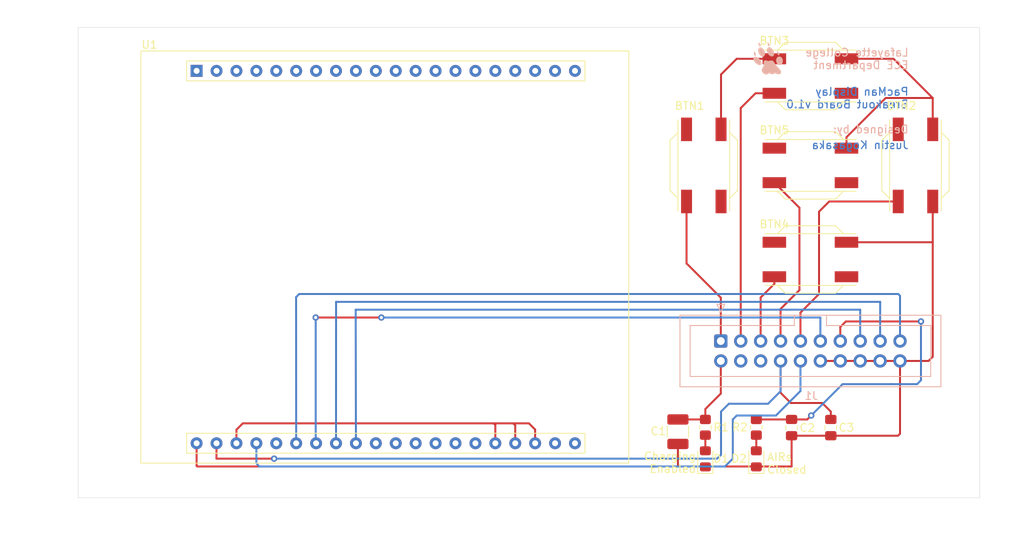
<source format=kicad_pcb>
(kicad_pcb (version 20171130) (host pcbnew "(5.1.10)-1")

  (general
    (thickness 1.6)
    (drawings 18)
    (tracks 125)
    (zones 0)
    (modules 19)
    (nets 49)
  )

  (page A)
  (title_block
    (title "PacMan Display")
    (rev 1.0)
    (company "Lafayette College")
  )

  (layers
    (0 F.Cu signal)
    (31 B.Cu signal)
    (32 B.Adhes user)
    (33 F.Adhes user)
    (34 B.Paste user)
    (35 F.Paste user)
    (36 B.SilkS user)
    (37 F.SilkS user)
    (38 B.Mask user)
    (39 F.Mask user)
    (40 Dwgs.User user)
    (41 Cmts.User user)
    (42 Eco1.User user)
    (43 Eco2.User user)
    (44 Edge.Cuts user)
    (45 Margin user)
    (46 B.CrtYd user)
    (47 F.CrtYd user)
    (48 B.Fab user)
    (49 F.Fab user hide)
  )

  (setup
    (last_trace_width 0.25)
    (trace_clearance 0.25)
    (zone_clearance 0.508)
    (zone_45_only no)
    (trace_min 0.2)
    (via_size 0.8)
    (via_drill 0.4)
    (via_min_size 0.4)
    (via_min_drill 0.3)
    (uvia_size 0.3)
    (uvia_drill 0.1)
    (uvias_allowed no)
    (uvia_min_size 0.2)
    (uvia_min_drill 0.1)
    (edge_width 0.05)
    (segment_width 0.2)
    (pcb_text_width 0.3)
    (pcb_text_size 1.5 1.5)
    (mod_edge_width 0.12)
    (mod_text_size 1 1)
    (mod_text_width 0.15)
    (pad_size 1.524 1.524)
    (pad_drill 0.762)
    (pad_to_mask_clearance 0)
    (aux_axis_origin 0 0)
    (grid_origin 75.184 47.498)
    (visible_elements 7FFDFFFF)
    (pcbplotparams
      (layerselection 0x010f0_ffffffff)
      (usegerberextensions false)
      (usegerberattributes true)
      (usegerberadvancedattributes true)
      (creategerberjobfile true)
      (excludeedgelayer true)
      (linewidth 0.100000)
      (plotframeref false)
      (viasonmask false)
      (mode 1)
      (useauxorigin false)
      (hpglpennumber 1)
      (hpglpenspeed 20)
      (hpglpendiameter 15.000000)
      (psnegative false)
      (psa4output false)
      (plotreference true)
      (plotvalue true)
      (plotinvisibletext false)
      (padsonsilk false)
      (subtractmaskfromsilk false)
      (outputformat 1)
      (mirror false)
      (drillshape 0)
      (scaleselection 1)
      (outputdirectory "gerber"))
  )

  (net 0 "")
  (net 1 GND)
  (net 2 /BTN_LEFT)
  (net 3 /BTN_RIGHT)
  (net 4 /BTN_UP)
  (net 5 /BTN_DOWN)
  (net 6 /BTN_CENTER)
  (net 7 +24V)
  (net 8 +3V3)
  (net 9 "Net-(D1-Pad2)")
  (net 10 /DISP_RST)
  (net 11 /DISP_DC)
  (net 12 /DISP_CS)
  (net 13 /DISP_MOSI)
  (net 14 /DISP_CLK)
  (net 15 "Net-(U1-Pad25)")
  (net 16 "Net-(U1-Pad33)")
  (net 17 "Net-(U1-Pad35)")
  (net 18 "Net-(U1-Pad32)")
  (net 19 "Net-(U1-Pad31)")
  (net 20 "Net-(U1-Pad30)")
  (net 21 "Net-(U1-Pad34)")
  (net 22 "Net-(U1-Pad39)")
  (net 23 "Net-(U1-Pad40)")
  (net 24 /DISP_3V3)
  (net 25 "Net-(J1-Pad6)")
  (net 26 "Net-(U1-Pad20)")
  (net 27 "Net-(U1-Pad19)")
  (net 28 "Net-(U1-Pad18)")
  (net 29 "Net-(U1-Pad17)")
  (net 30 "Net-(U1-Pad16)")
  (net 31 "Net-(U1-Pad15)")
  (net 32 "Net-(U1-Pad14)")
  (net 33 "Net-(U1-Pad13)")
  (net 34 "Net-(U1-Pad12)")
  (net 35 "Net-(U1-Pad11)")
  (net 36 "Net-(U1-Pad10)")
  (net 37 "Net-(U1-Pad9)")
  (net 38 "Net-(U1-Pad8)")
  (net 39 "Net-(U1-Pad7)")
  (net 40 "Net-(U1-Pad6)")
  (net 41 "Net-(U1-Pad5)")
  (net 42 "Net-(U1-Pad4)")
  (net 43 "Net-(U1-Pad3)")
  (net 44 "Net-(U1-Pad2)")
  (net 45 "Net-(U1-Pad1)")
  (net 46 /TS_ACTIVE)
  (net 47 "Net-(D2-Pad2)")
  (net 48 "Net-(J1-Pad4)")

  (net_class Default "This is the default net class."
    (clearance 0.25)
    (trace_width 0.25)
    (via_dia 0.8)
    (via_drill 0.4)
    (uvia_dia 0.3)
    (uvia_drill 0.1)
    (add_net +24V)
    (add_net +3V3)
    (add_net /BTN_CENTER)
    (add_net /BTN_DOWN)
    (add_net /BTN_LEFT)
    (add_net /BTN_RIGHT)
    (add_net /BTN_UP)
    (add_net /DISP_3V3)
    (add_net /DISP_CLK)
    (add_net /DISP_CS)
    (add_net /DISP_DC)
    (add_net /DISP_MOSI)
    (add_net /DISP_RST)
    (add_net /TS_ACTIVE)
    (add_net GND)
    (add_net "Net-(D1-Pad2)")
    (add_net "Net-(D2-Pad2)")
    (add_net "Net-(J1-Pad4)")
    (add_net "Net-(J1-Pad6)")
    (add_net "Net-(U1-Pad1)")
    (add_net "Net-(U1-Pad10)")
    (add_net "Net-(U1-Pad11)")
    (add_net "Net-(U1-Pad12)")
    (add_net "Net-(U1-Pad13)")
    (add_net "Net-(U1-Pad14)")
    (add_net "Net-(U1-Pad15)")
    (add_net "Net-(U1-Pad16)")
    (add_net "Net-(U1-Pad17)")
    (add_net "Net-(U1-Pad18)")
    (add_net "Net-(U1-Pad19)")
    (add_net "Net-(U1-Pad2)")
    (add_net "Net-(U1-Pad20)")
    (add_net "Net-(U1-Pad25)")
    (add_net "Net-(U1-Pad3)")
    (add_net "Net-(U1-Pad30)")
    (add_net "Net-(U1-Pad31)")
    (add_net "Net-(U1-Pad32)")
    (add_net "Net-(U1-Pad33)")
    (add_net "Net-(U1-Pad34)")
    (add_net "Net-(U1-Pad35)")
    (add_net "Net-(U1-Pad39)")
    (add_net "Net-(U1-Pad4)")
    (add_net "Net-(U1-Pad40)")
    (add_net "Net-(U1-Pad5)")
    (add_net "Net-(U1-Pad6)")
    (add_net "Net-(U1-Pad7)")
    (add_net "Net-(U1-Pad8)")
    (add_net "Net-(U1-Pad9)")
  )

  (module Resistor_SMD:R_0805_2012Metric_Pad1.20x1.40mm_HandSolder (layer F.Cu) (tedit 5F68FEEE) (tstamp 6228306A)
    (at 168.684 119.498 270)
    (descr "Resistor SMD 0805 (2012 Metric), square (rectangular) end terminal, IPC_7351 nominal with elongated pad for handsoldering. (Body size source: IPC-SM-782 page 72, https://www.pcb-3d.com/wordpress/wp-content/uploads/ipc-sm-782a_amendment_1_and_2.pdf), generated with kicad-footprint-generator")
    (tags "resistor handsolder")
    (path /6229C475)
    (attr smd)
    (fp_text reference R2 (at 0 2.1 180) (layer F.SilkS)
      (effects (font (size 1 1) (thickness 0.15)))
    )
    (fp_text value 270 (at 0 1.65 90) (layer F.Fab)
      (effects (font (size 1 1) (thickness 0.15)))
    )
    (fp_line (start -1 0.625) (end -1 -0.625) (layer F.Fab) (width 0.1))
    (fp_line (start -1 -0.625) (end 1 -0.625) (layer F.Fab) (width 0.1))
    (fp_line (start 1 -0.625) (end 1 0.625) (layer F.Fab) (width 0.1))
    (fp_line (start 1 0.625) (end -1 0.625) (layer F.Fab) (width 0.1))
    (fp_line (start -0.227064 -0.735) (end 0.227064 -0.735) (layer F.SilkS) (width 0.12))
    (fp_line (start -0.227064 0.735) (end 0.227064 0.735) (layer F.SilkS) (width 0.12))
    (fp_line (start -1.85 0.95) (end -1.85 -0.95) (layer F.CrtYd) (width 0.05))
    (fp_line (start -1.85 -0.95) (end 1.85 -0.95) (layer F.CrtYd) (width 0.05))
    (fp_line (start 1.85 -0.95) (end 1.85 0.95) (layer F.CrtYd) (width 0.05))
    (fp_line (start 1.85 0.95) (end -1.85 0.95) (layer F.CrtYd) (width 0.05))
    (fp_text user %R (at 0 0 90) (layer F.Fab)
      (effects (font (size 0.5 0.5) (thickness 0.08)))
    )
    (pad 2 smd roundrect (at 1 0 270) (size 1.2 1.4) (layers F.Cu F.Paste F.Mask) (roundrect_rratio 0.2083325)
      (net 47 "Net-(D2-Pad2)"))
    (pad 1 smd roundrect (at -1 0 270) (size 1.2 1.4) (layers F.Cu F.Paste F.Mask) (roundrect_rratio 0.2083325)
      (net 46 /TS_ACTIVE))
    (model ${KISYS3DMOD}/Resistor_SMD.3dshapes/R_0805_2012Metric.wrl
      (at (xyz 0 0 0))
      (scale (xyz 1 1 1))
      (rotate (xyz 0 0 0))
    )
  )

  (module LED_SMD:LED_0805_2012Metric_Pad1.15x1.40mm_HandSolder (layer F.Cu) (tedit 5F68FEF1) (tstamp 62282F79)
    (at 168.684 123.523 90)
    (descr "LED SMD 0805 (2012 Metric), square (rectangular) end terminal, IPC_7351 nominal, (Body size source: https://docs.google.com/spreadsheets/d/1BsfQQcO9C6DZCsRaXUlFlo91Tg2WpOkGARC1WS5S8t0/edit?usp=sharing), generated with kicad-footprint-generator")
    (tags "LED handsolder")
    (path /6229B203)
    (attr smd)
    (fp_text reference D2 (at 0.025 -2.2 180) (layer F.SilkS)
      (effects (font (size 1 1) (thickness 0.15)))
    )
    (fp_text value LED_Green (at 0 1.65 90) (layer F.Fab)
      (effects (font (size 1 1) (thickness 0.15)))
    )
    (fp_line (start 1 -0.6) (end -0.7 -0.6) (layer F.Fab) (width 0.1))
    (fp_line (start -0.7 -0.6) (end -1 -0.3) (layer F.Fab) (width 0.1))
    (fp_line (start -1 -0.3) (end -1 0.6) (layer F.Fab) (width 0.1))
    (fp_line (start -1 0.6) (end 1 0.6) (layer F.Fab) (width 0.1))
    (fp_line (start 1 0.6) (end 1 -0.6) (layer F.Fab) (width 0.1))
    (fp_line (start 1 -0.96) (end -1.86 -0.96) (layer F.SilkS) (width 0.12))
    (fp_line (start -1.86 -0.96) (end -1.86 0.96) (layer F.SilkS) (width 0.12))
    (fp_line (start -1.86 0.96) (end 1 0.96) (layer F.SilkS) (width 0.12))
    (fp_line (start -1.85 0.95) (end -1.85 -0.95) (layer F.CrtYd) (width 0.05))
    (fp_line (start -1.85 -0.95) (end 1.85 -0.95) (layer F.CrtYd) (width 0.05))
    (fp_line (start 1.85 -0.95) (end 1.85 0.95) (layer F.CrtYd) (width 0.05))
    (fp_line (start 1.85 0.95) (end -1.85 0.95) (layer F.CrtYd) (width 0.05))
    (fp_text user %R (at 0 0 90) (layer F.Fab)
      (effects (font (size 0.5 0.5) (thickness 0.08)))
    )
    (pad 2 smd roundrect (at 1.025 0 90) (size 1.15 1.4) (layers F.Cu F.Paste F.Mask) (roundrect_rratio 0.2173904347826087)
      (net 47 "Net-(D2-Pad2)"))
    (pad 1 smd roundrect (at -1.025 0 90) (size 1.15 1.4) (layers F.Cu F.Paste F.Mask) (roundrect_rratio 0.2173904347826087)
      (net 1 GND))
    (model ${KISYS3DMOD}/LED_SMD.3dshapes/LED_0805_2012Metric.wrl
      (at (xyz 0 0 0))
      (scale (xyz 1 1 1))
      (rotate (xyz 0 0 0))
    )
  )

  (module LED_SMD:LED_0805_2012Metric_Pad1.15x1.40mm_HandSolder (layer F.Cu) (tedit 5F68FEF1) (tstamp 62281E05)
    (at 162.184 123.523 90)
    (descr "LED SMD 0805 (2012 Metric), square (rectangular) end terminal, IPC_7351 nominal, (Body size source: https://docs.google.com/spreadsheets/d/1BsfQQcO9C6DZCsRaXUlFlo91Tg2WpOkGARC1WS5S8t0/edit?usp=sharing), generated with kicad-footprint-generator")
    (tags "LED handsolder")
    (path /622AAB49)
    (attr smd)
    (fp_text reference D1 (at 0.025 2 180) (layer F.SilkS)
      (effects (font (size 1 1) (thickness 0.15)))
    )
    (fp_text value LED_Orange (at 0 1.65 90) (layer F.Fab)
      (effects (font (size 1 1) (thickness 0.15)))
    )
    (fp_line (start 1 -0.6) (end -0.7 -0.6) (layer F.Fab) (width 0.1))
    (fp_line (start -0.7 -0.6) (end -1 -0.3) (layer F.Fab) (width 0.1))
    (fp_line (start -1 -0.3) (end -1 0.6) (layer F.Fab) (width 0.1))
    (fp_line (start -1 0.6) (end 1 0.6) (layer F.Fab) (width 0.1))
    (fp_line (start 1 0.6) (end 1 -0.6) (layer F.Fab) (width 0.1))
    (fp_line (start 1 -0.96) (end -1.86 -0.96) (layer F.SilkS) (width 0.12))
    (fp_line (start -1.86 -0.96) (end -1.86 0.96) (layer F.SilkS) (width 0.12))
    (fp_line (start -1.86 0.96) (end 1 0.96) (layer F.SilkS) (width 0.12))
    (fp_line (start -1.85 0.95) (end -1.85 -0.95) (layer F.CrtYd) (width 0.05))
    (fp_line (start -1.85 -0.95) (end 1.85 -0.95) (layer F.CrtYd) (width 0.05))
    (fp_line (start 1.85 -0.95) (end 1.85 0.95) (layer F.CrtYd) (width 0.05))
    (fp_line (start 1.85 0.95) (end -1.85 0.95) (layer F.CrtYd) (width 0.05))
    (fp_text user %R (at 0 0 90) (layer F.Fab)
      (effects (font (size 0.5 0.5) (thickness 0.08)))
    )
    (pad 2 smd roundrect (at 1.025 0 90) (size 1.15 1.4) (layers F.Cu F.Paste F.Mask) (roundrect_rratio 0.2173904347826087)
      (net 9 "Net-(D1-Pad2)"))
    (pad 1 smd roundrect (at -1.025 0 90) (size 1.15 1.4) (layers F.Cu F.Paste F.Mask) (roundrect_rratio 0.2173904347826087)
      (net 1 GND))
    (model ${KISYS3DMOD}/LED_SMD.3dshapes/LED_0805_2012Metric.wrl
      (at (xyz 0 0 0))
      (scale (xyz 1 1 1))
      (rotate (xyz 0 0 0))
    )
  )

  (module Capacitor_SMD:C_0805_2012Metric_Pad1.18x1.45mm_HandSolder (layer F.Cu) (tedit 5F68FEEF) (tstamp 6228DF1D)
    (at 178.184 119.5355 270)
    (descr "Capacitor SMD 0805 (2012 Metric), square (rectangular) end terminal, IPC_7351 nominal with elongated pad for handsoldering. (Body size source: IPC-SM-782 page 76, https://www.pcb-3d.com/wordpress/wp-content/uploads/ipc-sm-782a_amendment_1_and_2.pdf, https://docs.google.com/spreadsheets/d/1BsfQQcO9C6DZCsRaXUlFlo91Tg2WpOkGARC1WS5S8t0/edit?usp=sharing), generated with kicad-footprint-generator")
    (tags "capacitor handsolder")
    (path /622BA2E2)
    (attr smd)
    (fp_text reference C3 (at 0 -2 180) (layer F.SilkS)
      (effects (font (size 1 1) (thickness 0.15)))
    )
    (fp_text value 0.1u/50V (at 0 1.68 90) (layer F.Fab)
      (effects (font (size 1 1) (thickness 0.15)))
    )
    (fp_line (start -1 0.625) (end -1 -0.625) (layer F.Fab) (width 0.1))
    (fp_line (start -1 -0.625) (end 1 -0.625) (layer F.Fab) (width 0.1))
    (fp_line (start 1 -0.625) (end 1 0.625) (layer F.Fab) (width 0.1))
    (fp_line (start 1 0.625) (end -1 0.625) (layer F.Fab) (width 0.1))
    (fp_line (start -0.261252 -0.735) (end 0.261252 -0.735) (layer F.SilkS) (width 0.12))
    (fp_line (start -0.261252 0.735) (end 0.261252 0.735) (layer F.SilkS) (width 0.12))
    (fp_line (start -1.88 0.98) (end -1.88 -0.98) (layer F.CrtYd) (width 0.05))
    (fp_line (start -1.88 -0.98) (end 1.88 -0.98) (layer F.CrtYd) (width 0.05))
    (fp_line (start 1.88 -0.98) (end 1.88 0.98) (layer F.CrtYd) (width 0.05))
    (fp_line (start 1.88 0.98) (end -1.88 0.98) (layer F.CrtYd) (width 0.05))
    (fp_text user %R (at 0 0 90) (layer F.Fab)
      (effects (font (size 0.5 0.5) (thickness 0.08)))
    )
    (pad 2 smd roundrect (at 1.0375 0 270) (size 1.175 1.45) (layers F.Cu F.Paste F.Mask) (roundrect_rratio 0.2127659574468085)
      (net 1 GND))
    (pad 1 smd roundrect (at -1.0375 0 270) (size 1.175 1.45) (layers F.Cu F.Paste F.Mask) (roundrect_rratio 0.2127659574468085)
      (net 8 +3V3))
    (model ${KISYS3DMOD}/Capacitor_SMD.3dshapes/C_0805_2012Metric.wrl
      (at (xyz 0 0 0))
      (scale (xyz 1 1 1))
      (rotate (xyz 0 0 0))
    )
  )

  (module Lafayette_Electric_Car_Footprints:TFT_LCD_2.4in (layer F.Cu) (tedit 6227BB6C) (tstamp 6228157B)
    (at 90.184 71.498)
    (path /6226925D)
    (fp_text reference U1 (at 1.1 -0.8) (layer F.SilkS)
      (effects (font (size 1 1) (thickness 0.15)))
    )
    (fp_text value TFT_LCD_2.4in (at 0 -0.5) (layer F.Fab)
      (effects (font (size 1 1) (thickness 0.15)))
    )
    (fp_line (start 0 0) (end 62.23 0) (layer F.SilkS) (width 0.12))
    (fp_line (start 62.23 0) (end 62.23 52.578) (layer F.SilkS) (width 0.12))
    (fp_line (start 0 52.578) (end 62.23 52.578) (layer F.SilkS) (width 0.12))
    (fp_line (start 0 0) (end 0 52.578) (layer F.SilkS) (width 0.12))
    (fp_line (start 5.842 1.27) (end 5.842 3.81) (layer F.SilkS) (width 0.12))
    (fp_line (start 5.842 3.81) (end 56.642 3.81) (layer F.SilkS) (width 0.12))
    (fp_line (start 56.642 3.81) (end 56.642 1.27) (layer F.SilkS) (width 0.12))
    (fp_line (start 56.642 1.27) (end 5.842 1.27) (layer F.SilkS) (width 0.12))
    (fp_line (start 56.642 48.768) (end 5.842 48.768) (layer F.SilkS) (width 0.12))
    (fp_line (start 5.842 48.768) (end 5.842 51.308) (layer F.SilkS) (width 0.12))
    (fp_line (start 5.842 51.308) (end 56.642 51.308) (layer F.SilkS) (width 0.12))
    (fp_line (start 56.642 51.308) (end 56.642 48.768) (layer F.SilkS) (width 0.12))
    (pad 40 thru_hole circle (at 55.372 50.038) (size 1.524 1.524) (drill 0.762) (layers *.Cu *.Mask)
      (net 23 "Net-(U1-Pad40)"))
    (pad 39 thru_hole circle (at 52.832 50.038) (size 1.524 1.524) (drill 0.762) (layers *.Cu *.Mask)
      (net 22 "Net-(U1-Pad39)"))
    (pad 38 thru_hole circle (at 50.292 50.038) (size 1.524 1.524) (drill 0.762) (layers *.Cu *.Mask)
      (net 24 /DISP_3V3))
    (pad 37 thru_hole circle (at 47.752 50.038) (size 1.524 1.524) (drill 0.762) (layers *.Cu *.Mask)
      (net 24 /DISP_3V3))
    (pad 36 thru_hole circle (at 45.212 50.038) (size 1.524 1.524) (drill 0.762) (layers *.Cu *.Mask)
      (net 24 /DISP_3V3))
    (pad 35 thru_hole circle (at 42.672 50.038) (size 1.524 1.524) (drill 0.762) (layers *.Cu *.Mask)
      (net 17 "Net-(U1-Pad35)"))
    (pad 34 thru_hole circle (at 40.132 50.038) (size 1.524 1.524) (drill 0.762) (layers *.Cu *.Mask)
      (net 21 "Net-(U1-Pad34)"))
    (pad 33 thru_hole circle (at 37.592 50.038) (size 1.524 1.524) (drill 0.762) (layers *.Cu *.Mask)
      (net 16 "Net-(U1-Pad33)"))
    (pad 32 thru_hole circle (at 35.052 50.038) (size 1.524 1.524) (drill 0.762) (layers *.Cu *.Mask)
      (net 18 "Net-(U1-Pad32)"))
    (pad 31 thru_hole circle (at 32.512 50.038) (size 1.524 1.524) (drill 0.762) (layers *.Cu *.Mask)
      (net 19 "Net-(U1-Pad31)"))
    (pad 30 thru_hole circle (at 29.972 50.038) (size 1.524 1.524) (drill 0.762) (layers *.Cu *.Mask)
      (net 20 "Net-(U1-Pad30)"))
    (pad 29 thru_hole circle (at 27.432 50.038) (size 1.524 1.524) (drill 0.762) (layers *.Cu *.Mask)
      (net 10 /DISP_RST))
    (pad 28 thru_hole circle (at 24.892 50.038) (size 1.524 1.524) (drill 0.762) (layers *.Cu *.Mask)
      (net 11 /DISP_DC))
    (pad 27 thru_hole circle (at 22.352 50.038) (size 1.524 1.524) (drill 0.762) (layers *.Cu *.Mask)
      (net 12 /DISP_CS))
    (pad 26 thru_hole circle (at 19.812 50.038) (size 1.524 1.524) (drill 0.762) (layers *.Cu *.Mask)
      (net 13 /DISP_MOSI))
    (pad 25 thru_hole circle (at 17.272 50.038) (size 1.524 1.524) (drill 0.762) (layers *.Cu *.Mask)
      (net 15 "Net-(U1-Pad25)"))
    (pad 24 thru_hole circle (at 14.732 50.038) (size 1.524 1.524) (drill 0.762) (layers *.Cu *.Mask)
      (net 14 /DISP_CLK))
    (pad 23 thru_hole circle (at 12.192 50.038) (size 1.524 1.524) (drill 0.762) (layers *.Cu *.Mask)
      (net 24 /DISP_3V3))
    (pad 22 thru_hole circle (at 9.652 50.038) (size 1.524 1.524) (drill 0.762) (layers *.Cu *.Mask)
      (net 8 +3V3))
    (pad 21 thru_hole circle (at 7.112 50.038) (size 1.524 1.524) (drill 0.762) (layers *.Cu *.Mask)
      (net 1 GND))
    (pad 20 thru_hole circle (at 55.372 2.54) (size 1.524 1.524) (drill 0.762) (layers *.Cu *.Mask)
      (net 26 "Net-(U1-Pad20)"))
    (pad 19 thru_hole circle (at 52.832 2.54) (size 1.524 1.524) (drill 0.762) (layers *.Cu *.Mask)
      (net 27 "Net-(U1-Pad19)"))
    (pad 18 thru_hole circle (at 50.292 2.54) (size 1.524 1.524) (drill 0.762) (layers *.Cu *.Mask)
      (net 28 "Net-(U1-Pad18)"))
    (pad 17 thru_hole circle (at 47.752 2.54) (size 1.524 1.524) (drill 0.762) (layers *.Cu *.Mask)
      (net 29 "Net-(U1-Pad17)"))
    (pad 16 thru_hole circle (at 45.212 2.54) (size 1.524 1.524) (drill 0.762) (layers *.Cu *.Mask)
      (net 30 "Net-(U1-Pad16)"))
    (pad 15 thru_hole circle (at 42.672 2.54) (size 1.524 1.524) (drill 0.762) (layers *.Cu *.Mask)
      (net 31 "Net-(U1-Pad15)"))
    (pad 14 thru_hole circle (at 40.132 2.54) (size 1.524 1.524) (drill 0.762) (layers *.Cu *.Mask)
      (net 32 "Net-(U1-Pad14)"))
    (pad 13 thru_hole circle (at 37.592 2.54) (size 1.524 1.524) (drill 0.762) (layers *.Cu *.Mask)
      (net 33 "Net-(U1-Pad13)"))
    (pad 12 thru_hole circle (at 35.052 2.54) (size 1.524 1.524) (drill 0.762) (layers *.Cu *.Mask)
      (net 34 "Net-(U1-Pad12)"))
    (pad 11 thru_hole circle (at 32.512 2.54) (size 1.524 1.524) (drill 0.762) (layers *.Cu *.Mask)
      (net 35 "Net-(U1-Pad11)"))
    (pad 10 thru_hole circle (at 29.972 2.54) (size 1.524 1.524) (drill 0.762) (layers *.Cu *.Mask)
      (net 36 "Net-(U1-Pad10)"))
    (pad 9 thru_hole circle (at 27.432 2.54) (size 1.524 1.524) (drill 0.762) (layers *.Cu *.Mask)
      (net 37 "Net-(U1-Pad9)"))
    (pad 8 thru_hole circle (at 24.892 2.54) (size 1.524 1.524) (drill 0.762) (layers *.Cu *.Mask)
      (net 38 "Net-(U1-Pad8)"))
    (pad 7 thru_hole circle (at 22.352 2.54) (size 1.524 1.524) (drill 0.762) (layers *.Cu *.Mask)
      (net 39 "Net-(U1-Pad7)"))
    (pad 6 thru_hole circle (at 19.812 2.54) (size 1.524 1.524) (drill 0.762) (layers *.Cu *.Mask)
      (net 40 "Net-(U1-Pad6)"))
    (pad 5 thru_hole circle (at 17.272 2.54) (size 1.524 1.524) (drill 0.762) (layers *.Cu *.Mask)
      (net 41 "Net-(U1-Pad5)"))
    (pad 4 thru_hole circle (at 14.732 2.54) (size 1.524 1.524) (drill 0.762) (layers *.Cu *.Mask)
      (net 42 "Net-(U1-Pad4)"))
    (pad 3 thru_hole circle (at 12.192 2.54) (size 1.524 1.524) (drill 0.762) (layers *.Cu *.Mask)
      (net 43 "Net-(U1-Pad3)"))
    (pad 2 thru_hole circle (at 9.652 2.54) (size 1.524 1.524) (drill 0.762) (layers *.Cu *.Mask)
      (net 44 "Net-(U1-Pad2)"))
    (pad 1 thru_hole rect (at 7.112 2.54) (size 1.524 1.524) (drill 0.762) (layers *.Cu *.Mask)
      (net 45 "Net-(U1-Pad1)"))
  )

  (module Resistor_SMD:R_0805_2012Metric_Pad1.20x1.40mm_HandSolder (layer F.Cu) (tedit 5F68FEEE) (tstamp 62281E94)
    (at 162.184 119.498 270)
    (descr "Resistor SMD 0805 (2012 Metric), square (rectangular) end terminal, IPC_7351 nominal with elongated pad for handsoldering. (Body size source: IPC-SM-782 page 72, https://www.pcb-3d.com/wordpress/wp-content/uploads/ipc-sm-782a_amendment_1_and_2.pdf), generated with kicad-footprint-generator")
    (tags "resistor handsolder")
    (path /622AB792)
    (attr smd)
    (fp_text reference R1 (at 0 -2 180) (layer F.SilkS)
      (effects (font (size 1 1) (thickness 0.15)))
    )
    (fp_text value 1k (at 0 1.65 90) (layer F.Fab)
      (effects (font (size 1 1) (thickness 0.15)))
    )
    (fp_line (start -1 0.625) (end -1 -0.625) (layer F.Fab) (width 0.1))
    (fp_line (start -1 -0.625) (end 1 -0.625) (layer F.Fab) (width 0.1))
    (fp_line (start 1 -0.625) (end 1 0.625) (layer F.Fab) (width 0.1))
    (fp_line (start 1 0.625) (end -1 0.625) (layer F.Fab) (width 0.1))
    (fp_line (start -0.227064 -0.735) (end 0.227064 -0.735) (layer F.SilkS) (width 0.12))
    (fp_line (start -0.227064 0.735) (end 0.227064 0.735) (layer F.SilkS) (width 0.12))
    (fp_line (start -1.85 0.95) (end -1.85 -0.95) (layer F.CrtYd) (width 0.05))
    (fp_line (start -1.85 -0.95) (end 1.85 -0.95) (layer F.CrtYd) (width 0.05))
    (fp_line (start 1.85 -0.95) (end 1.85 0.95) (layer F.CrtYd) (width 0.05))
    (fp_line (start 1.85 0.95) (end -1.85 0.95) (layer F.CrtYd) (width 0.05))
    (fp_text user %R (at 0 0 90) (layer F.Fab)
      (effects (font (size 0.5 0.5) (thickness 0.08)))
    )
    (pad 2 smd roundrect (at 1 0 270) (size 1.2 1.4) (layers F.Cu F.Paste F.Mask) (roundrect_rratio 0.2083325)
      (net 9 "Net-(D1-Pad2)"))
    (pad 1 smd roundrect (at -1 0 270) (size 1.2 1.4) (layers F.Cu F.Paste F.Mask) (roundrect_rratio 0.2083325)
      (net 7 +24V))
    (model ${KISYS3DMOD}/Resistor_SMD.3dshapes/R_0805_2012Metric.wrl
      (at (xyz 0 0 0))
      (scale (xyz 1 1 1))
      (rotate (xyz 0 0 0))
    )
  )

  (module Lafayette_Electric_Car_Footprints:Paw (layer B.Cu) (tedit 0) (tstamp 62281E83)
    (at 170.184 72.498 180)
    (path /6240A0CD)
    (fp_text reference LOGO1 (at 0 0) (layer B.SilkS) hide
      (effects (font (size 1.524 1.524) (thickness 0.3)) (justify mirror))
    )
    (fp_text value LeopardPawLogo (at 0.75 0) (layer B.SilkS) hide
      (effects (font (size 1.524 1.524) (thickness 0.3)) (justify mirror))
    )
    (fp_poly (pts (xy 0.394771 -0.213705) (xy 0.498966 -0.268517) (xy 0.499294 -0.26891) (xy 0.528154 -0.354021)
      (xy 0.543382 -0.501514) (xy 0.543614 -0.61181) (xy 0.548693 -0.807327) (xy 0.588884 -0.950285)
      (xy 0.650815 -1.053617) (xy 0.769051 -1.286076) (xy 0.792769 -1.509766) (xy 0.723357 -1.712177)
      (xy 0.562203 -1.8808) (xy 0.5588 -1.883216) (xy 0.382639 -1.981867) (xy 0.22699 -1.999624)
      (xy 0.055255 -1.939619) (xy 0.033415 -1.928193) (xy -0.09571 -1.865965) (xy -0.185546 -1.853399)
      (xy -0.283437 -1.887084) (xy -0.316105 -1.903025) (xy -0.484969 -1.969275) (xy -0.609754 -1.966904)
      (xy -0.719145 -1.89781) (xy -0.784395 -1.849654) (xy -0.854078 -1.841624) (xy -0.965234 -1.873721)
      (xy -1.029644 -1.89781) (xy -1.267427 -1.96867) (xy -1.441395 -1.97149) (xy -1.563991 -1.905367)
      (xy -1.603606 -1.856131) (xy -1.654757 -1.698118) (xy -1.612856 -1.518752) (xy -1.476539 -1.314913)
      (xy -1.279468 -1.114684) (xy -1.107106 -0.937233) (xy -0.944924 -0.734112) (xy -0.8382 -0.567179)
      (xy -0.705787 -0.359751) (xy -0.569408 -0.243904) (xy -0.411162 -0.210579) (xy -0.21315 -0.250716)
      (xy -0.21299 -0.250769) (xy -0.0513 -0.288578) (xy 0.064385 -0.272236) (xy 0.090928 -0.259711)
      (xy 0.24474 -0.210454) (xy 0.394771 -0.213705)) (layer B.SilkS) (width 0.01))
    (fp_poly (pts (xy -1.321196 0.274652) (xy -1.179499 0.188576) (xy -1.079788 0.045613) (xy -1.029147 -0.133825)
      (xy -1.034655 -0.329322) (xy -1.103395 -0.520466) (xy -1.181463 -0.628483) (xy -1.347842 -0.757342)
      (xy -1.52089 -0.784973) (xy -1.607465 -0.761954) (xy -1.761078 -0.648412) (xy -1.853403 -0.460379)
      (xy -1.8796 -0.245529) (xy -1.84049 -0.010204) (xy -1.728902 0.165438) (xy -1.55345 0.269461)
      (xy -1.497799 0.283425) (xy -1.321196 0.274652)) (layer B.SilkS) (width 0.01))
    (fp_poly (pts (xy 1.757124 0.219695) (xy 1.842144 0.126964) (xy 1.864955 -0.00891) (xy 1.829417 -0.172648)
      (xy 1.739389 -0.348968) (xy 1.598732 -0.522589) (xy 1.411305 -0.678231) (xy 1.362662 -0.709468)
      (xy 1.158222 -0.798616) (xy 0.990864 -0.795015) (xy 0.892628 -0.732971) (xy 0.829546 -0.641585)
      (xy 0.821654 -0.531092) (xy 0.870476 -0.376484) (xy 0.921141 -0.265473) (xy 1.056211 -0.062719)
      (xy 1.236669 0.105329) (xy 1.434904 0.217728) (xy 1.606034 0.254) (xy 1.757124 0.219695)) (layer B.SilkS) (width 0.01))
    (fp_poly (pts (xy 1.156344 1.401801) (xy 1.234686 1.277915) (xy 1.265928 1.103991) (xy 1.241829 0.892673)
      (xy 1.161465 0.671475) (xy 1.057206 0.511947) (xy 0.919834 0.372806) (xy 0.778178 0.27927)
      (xy 0.684403 0.25419) (xy 0.606921 0.280917) (xy 0.519303 0.333081) (xy 0.429282 0.453381)
      (xy 0.398649 0.628142) (xy 0.422572 0.833095) (xy 0.496218 1.043972) (xy 0.614755 1.236505)
      (xy 0.721166 1.346791) (xy 0.891341 1.448883) (xy 1.039148 1.463005) (xy 1.156344 1.401801)) (layer B.SilkS) (width 0.01))
    (fp_poly (pts (xy -0.084178 1.478921) (xy 0.023992 1.396165) (xy 0.107954 1.265426) (xy 0.129502 1.201914)
      (xy 0.13388 1.015102) (xy 0.076014 0.79888) (xy -0.030632 0.591594) (xy -0.126472 0.472969)
      (xy -0.285165 0.356224) (xy -0.450891 0.301402) (xy -0.598184 0.311559) (xy -0.701583 0.389748)
      (xy -0.709413 0.403061) (xy -0.763076 0.603375) (xy -0.739749 0.829566) (xy -0.650941 1.057602)
      (xy -0.508158 1.263451) (xy -0.322907 1.423082) (xy -0.189348 1.489182) (xy -0.084178 1.478921)) (layer B.SilkS) (width 0.01))
    (fp_poly (pts (xy -1.170692 0.862693) (xy -1.194134 0.671596) (xy -1.251787 0.527226) (xy -1.332694 0.450747)
      (xy -1.386412 0.445932) (xy -1.446894 0.494952) (xy -1.433789 0.602847) (xy -1.346226 0.773309)
      (xy -1.288228 0.862693) (xy -1.1684 1.039585) (xy -1.170692 0.862693)) (layer B.SilkS) (width 0.01))
    (fp_poly (pts (xy 1.780178 0.884419) (xy 1.784323 0.873383) (xy 1.803073 0.751267) (xy 1.795674 0.597816)
      (xy 1.794034 0.587126) (xy 1.76162 0.463547) (xy 1.703446 0.413232) (xy 1.640929 0.4064)
      (xy 1.55275 0.42086) (xy 1.541798 0.483456) (xy 1.551627 0.5207) (xy 1.5969 0.645761)
      (xy 1.660431 0.795507) (xy 1.665692 0.806958) (xy 1.719341 0.913408) (xy 1.75162 0.935934)
      (xy 1.780178 0.884419)) (layer B.SilkS) (width 0.01))
    (fp_poly (pts (xy 1.207446 2.041624) (xy 1.214136 1.9431) (xy 1.192417 1.748332) (xy 1.141257 1.642971)
      (xy 1.055268 1.617715) (xy 1.028599 1.622602) (xy 0.914199 1.651) (xy 1.021208 1.8669)
      (xy 1.10754 2.016467) (xy 1.171024 2.075263) (xy 1.207446 2.041624)) (layer B.SilkS) (width 0.01))
    (fp_poly (pts (xy 0.038417 1.905) (xy 0.024434 1.750995) (xy -0.005504 1.671433) (xy -0.064167 1.639205)
      (xy -0.0889 1.634767) (xy -0.181153 1.646284) (xy -0.20294 1.685567) (xy -0.177366 1.766325)
      (xy -0.113011 1.893048) (xy -0.075623 1.9558) (xy 0.051434 2.159) (xy 0.038417 1.905)) (layer B.SilkS) (width 0.01))
  )

  (module Connector_IDC:IDC-Header_2x10_P2.54mm_Vertical (layer B.Cu) (tedit 5EAC9A07) (tstamp 6228024C)
    (at 164.154 108.498 270)
    (descr "Through hole IDC box header, 2x10, 2.54mm pitch, DIN 41651 / IEC 60603-13, double rows, https://docs.google.com/spreadsheets/d/16SsEcesNF15N3Lb4niX7dcUr-NY5_MFPQhobNuNppn4/edit#gid=0")
    (tags "Through hole vertical IDC box header THT 2x10 2.54mm double row")
    (path /6227D548)
    (fp_text reference J1 (at 7 -11.53 180) (layer B.SilkS)
      (effects (font (size 1 1) (thickness 0.15)) (justify mirror))
    )
    (fp_text value IDC-20pin (at 1.27 -28.96 90) (layer B.Fab)
      (effects (font (size 1 1) (thickness 0.15)) (justify mirror))
    )
    (fp_line (start -3.18 4.1) (end -2.18 5.1) (layer B.Fab) (width 0.1))
    (fp_line (start -2.18 5.1) (end 5.72 5.1) (layer B.Fab) (width 0.1))
    (fp_line (start 5.72 5.1) (end 5.72 -27.96) (layer B.Fab) (width 0.1))
    (fp_line (start 5.72 -27.96) (end -3.18 -27.96) (layer B.Fab) (width 0.1))
    (fp_line (start -3.18 -27.96) (end -3.18 4.1) (layer B.Fab) (width 0.1))
    (fp_line (start -3.18 -9.38) (end -1.98 -9.38) (layer B.Fab) (width 0.1))
    (fp_line (start -1.98 -9.38) (end -1.98 3.91) (layer B.Fab) (width 0.1))
    (fp_line (start -1.98 3.91) (end 4.52 3.91) (layer B.Fab) (width 0.1))
    (fp_line (start 4.52 3.91) (end 4.52 -26.77) (layer B.Fab) (width 0.1))
    (fp_line (start 4.52 -26.77) (end -1.98 -26.77) (layer B.Fab) (width 0.1))
    (fp_line (start -1.98 -26.77) (end -1.98 -13.48) (layer B.Fab) (width 0.1))
    (fp_line (start -1.98 -13.48) (end -1.98 -13.48) (layer B.Fab) (width 0.1))
    (fp_line (start -1.98 -13.48) (end -3.18 -13.48) (layer B.Fab) (width 0.1))
    (fp_line (start -3.29 5.21) (end 5.83 5.21) (layer B.SilkS) (width 0.12))
    (fp_line (start 5.83 5.21) (end 5.83 -28.07) (layer B.SilkS) (width 0.12))
    (fp_line (start 5.83 -28.07) (end -3.29 -28.07) (layer B.SilkS) (width 0.12))
    (fp_line (start -3.29 -28.07) (end -3.29 5.21) (layer B.SilkS) (width 0.12))
    (fp_line (start -3.29 -9.38) (end -1.98 -9.38) (layer B.SilkS) (width 0.12))
    (fp_line (start -1.98 -9.38) (end -1.98 3.91) (layer B.SilkS) (width 0.12))
    (fp_line (start -1.98 3.91) (end 4.52 3.91) (layer B.SilkS) (width 0.12))
    (fp_line (start 4.52 3.91) (end 4.52 -26.77) (layer B.SilkS) (width 0.12))
    (fp_line (start 4.52 -26.77) (end -1.98 -26.77) (layer B.SilkS) (width 0.12))
    (fp_line (start -1.98 -26.77) (end -1.98 -13.48) (layer B.SilkS) (width 0.12))
    (fp_line (start -1.98 -13.48) (end -1.98 -13.48) (layer B.SilkS) (width 0.12))
    (fp_line (start -1.98 -13.48) (end -3.29 -13.48) (layer B.SilkS) (width 0.12))
    (fp_line (start -3.68 0) (end -4.68 0.5) (layer B.SilkS) (width 0.12))
    (fp_line (start -4.68 0.5) (end -4.68 -0.5) (layer B.SilkS) (width 0.12))
    (fp_line (start -4.68 -0.5) (end -3.68 0) (layer B.SilkS) (width 0.12))
    (fp_line (start -3.68 5.6) (end -3.68 -28.46) (layer B.CrtYd) (width 0.05))
    (fp_line (start -3.68 -28.46) (end 6.22 -28.46) (layer B.CrtYd) (width 0.05))
    (fp_line (start 6.22 -28.46) (end 6.22 5.6) (layer B.CrtYd) (width 0.05))
    (fp_line (start 6.22 5.6) (end -3.68 5.6) (layer B.CrtYd) (width 0.05))
    (fp_text user %R (at 1.27 -11.43 180) (layer B.Fab)
      (effects (font (size 1 1) (thickness 0.15)) (justify mirror))
    )
    (pad 20 thru_hole circle (at 2.54 -22.86 270) (size 1.7 1.7) (drill 1) (layers *.Cu *.Mask)
      (net 1 GND))
    (pad 18 thru_hole circle (at 2.54 -20.32 270) (size 1.7 1.7) (drill 1) (layers *.Cu *.Mask)
      (net 1 GND))
    (pad 16 thru_hole circle (at 2.54 -17.78 270) (size 1.7 1.7) (drill 1) (layers *.Cu *.Mask)
      (net 1 GND))
    (pad 14 thru_hole circle (at 2.54 -15.24 270) (size 1.7 1.7) (drill 1) (layers *.Cu *.Mask)
      (net 1 GND))
    (pad 12 thru_hole circle (at 2.54 -12.7 270) (size 1.7 1.7) (drill 1) (layers *.Cu *.Mask)
      (net 1 GND))
    (pad 10 thru_hole circle (at 2.54 -10.16 270) (size 1.7 1.7) (drill 1) (layers *.Cu *.Mask)
      (net 14 /DISP_CLK))
    (pad 8 thru_hole circle (at 2.54 -7.62 270) (size 1.7 1.7) (drill 1) (layers *.Cu *.Mask)
      (net 8 +3V3))
    (pad 6 thru_hole circle (at 2.54 -5.08 270) (size 1.7 1.7) (drill 1) (layers *.Cu *.Mask)
      (net 25 "Net-(J1-Pad6)"))
    (pad 4 thru_hole circle (at 2.54 -2.54 270) (size 1.7 1.7) (drill 1) (layers *.Cu *.Mask)
      (net 48 "Net-(J1-Pad4)"))
    (pad 2 thru_hole circle (at 2.54 0 270) (size 1.7 1.7) (drill 1) (layers *.Cu *.Mask)
      (net 7 +24V))
    (pad 19 thru_hole circle (at 0 -22.86 270) (size 1.7 1.7) (drill 1) (layers *.Cu *.Mask)
      (net 13 /DISP_MOSI))
    (pad 17 thru_hole circle (at 0 -20.32 270) (size 1.7 1.7) (drill 1) (layers *.Cu *.Mask)
      (net 11 /DISP_DC))
    (pad 15 thru_hole circle (at 0 -17.78 270) (size 1.7 1.7) (drill 1) (layers *.Cu *.Mask)
      (net 10 /DISP_RST))
    (pad 13 thru_hole circle (at 0 -15.24 270) (size 1.7 1.7) (drill 1) (layers *.Cu *.Mask)
      (net 46 /TS_ACTIVE))
    (pad 11 thru_hole circle (at 0 -12.7 270) (size 1.7 1.7) (drill 1) (layers *.Cu *.Mask)
      (net 12 /DISP_CS))
    (pad 9 thru_hole circle (at 0 -10.16 270) (size 1.7 1.7) (drill 1) (layers *.Cu *.Mask)
      (net 3 /BTN_RIGHT))
    (pad 7 thru_hole circle (at 0 -7.62 270) (size 1.7 1.7) (drill 1) (layers *.Cu *.Mask)
      (net 6 /BTN_CENTER))
    (pad 5 thru_hole circle (at 0 -5.08 270) (size 1.7 1.7) (drill 1) (layers *.Cu *.Mask)
      (net 5 /BTN_DOWN))
    (pad 3 thru_hole circle (at 0 -2.54 270) (size 1.7 1.7) (drill 1) (layers *.Cu *.Mask)
      (net 4 /BTN_UP))
    (pad 1 thru_hole roundrect (at 0 0 270) (size 1.7 1.7) (drill 1) (layers *.Cu *.Mask) (roundrect_rratio 0.1470588235294118)
      (net 2 /BTN_LEFT))
    (model ${KISYS3DMOD}/Connector_IDC.3dshapes/IDC-Header_2x10_P2.54mm_Vertical.wrl
      (at (xyz 0 0 0))
      (scale (xyz 1 1 1))
      (rotate (xyz 0 0 0))
    )
  )

  (module Capacitor_SMD:C_0805_2012Metric_Pad1.18x1.45mm_HandSolder (layer F.Cu) (tedit 5F68FEEF) (tstamp 62281DFF)
    (at 173.184 119.5355 270)
    (descr "Capacitor SMD 0805 (2012 Metric), square (rectangular) end terminal, IPC_7351 nominal with elongated pad for handsoldering. (Body size source: IPC-SM-782 page 76, https://www.pcb-3d.com/wordpress/wp-content/uploads/ipc-sm-782a_amendment_1_and_2.pdf, https://docs.google.com/spreadsheets/d/1BsfQQcO9C6DZCsRaXUlFlo91Tg2WpOkGARC1WS5S8t0/edit?usp=sharing), generated with kicad-footprint-generator")
    (tags "capacitor handsolder")
    (path /622ADA40)
    (attr smd)
    (fp_text reference C2 (at 0.0375 -2 180) (layer F.SilkS)
      (effects (font (size 1 1) (thickness 0.15)))
    )
    (fp_text value 0.1u/50V (at 0 1.68 90) (layer F.Fab)
      (effects (font (size 1 1) (thickness 0.15)))
    )
    (fp_line (start -1 0.625) (end -1 -0.625) (layer F.Fab) (width 0.1))
    (fp_line (start -1 -0.625) (end 1 -0.625) (layer F.Fab) (width 0.1))
    (fp_line (start 1 -0.625) (end 1 0.625) (layer F.Fab) (width 0.1))
    (fp_line (start 1 0.625) (end -1 0.625) (layer F.Fab) (width 0.1))
    (fp_line (start -0.261252 -0.735) (end 0.261252 -0.735) (layer F.SilkS) (width 0.12))
    (fp_line (start -0.261252 0.735) (end 0.261252 0.735) (layer F.SilkS) (width 0.12))
    (fp_line (start -1.88 0.98) (end -1.88 -0.98) (layer F.CrtYd) (width 0.05))
    (fp_line (start -1.88 -0.98) (end 1.88 -0.98) (layer F.CrtYd) (width 0.05))
    (fp_line (start 1.88 -0.98) (end 1.88 0.98) (layer F.CrtYd) (width 0.05))
    (fp_line (start 1.88 0.98) (end -1.88 0.98) (layer F.CrtYd) (width 0.05))
    (fp_text user %R (at 0 0 90) (layer F.Fab)
      (effects (font (size 0.5 0.5) (thickness 0.08)))
    )
    (pad 2 smd roundrect (at 1.0375 0 270) (size 1.175 1.45) (layers F.Cu F.Paste F.Mask) (roundrect_rratio 0.2127659574468085)
      (net 1 GND))
    (pad 1 smd roundrect (at -1.0375 0 270) (size 1.175 1.45) (layers F.Cu F.Paste F.Mask) (roundrect_rratio 0.2127659574468085)
      (net 46 /TS_ACTIVE))
    (model ${KISYS3DMOD}/Capacitor_SMD.3dshapes/C_0805_2012Metric.wrl
      (at (xyz 0 0 0))
      (scale (xyz 1 1 1))
      (rotate (xyz 0 0 0))
    )
  )

  (module Capacitor_SMD:C_1210_3225Metric_Pad1.33x2.70mm_HandSolder (layer F.Cu) (tedit 5F68FEEF) (tstamp 62281DEE)
    (at 158.684 120.0605 270)
    (descr "Capacitor SMD 1210 (3225 Metric), square (rectangular) end terminal, IPC_7351 nominal with elongated pad for handsoldering. (Body size source: IPC-SM-782 page 76, https://www.pcb-3d.com/wordpress/wp-content/uploads/ipc-sm-782a_amendment_1_and_2.pdf), generated with kicad-footprint-generator")
    (tags "capacitor handsolder")
    (path /622AD860)
    (attr smd)
    (fp_text reference C1 (at -0.0625 2.5 180) (layer F.SilkS)
      (effects (font (size 1 1) (thickness 0.15)))
    )
    (fp_text value 10u/50V (at 0 2.3 90) (layer F.Fab)
      (effects (font (size 1 1) (thickness 0.15)))
    )
    (fp_line (start -1.6 1.25) (end -1.6 -1.25) (layer F.Fab) (width 0.1))
    (fp_line (start -1.6 -1.25) (end 1.6 -1.25) (layer F.Fab) (width 0.1))
    (fp_line (start 1.6 -1.25) (end 1.6 1.25) (layer F.Fab) (width 0.1))
    (fp_line (start 1.6 1.25) (end -1.6 1.25) (layer F.Fab) (width 0.1))
    (fp_line (start -0.711252 -1.36) (end 0.711252 -1.36) (layer F.SilkS) (width 0.12))
    (fp_line (start -0.711252 1.36) (end 0.711252 1.36) (layer F.SilkS) (width 0.12))
    (fp_line (start -2.48 1.6) (end -2.48 -1.6) (layer F.CrtYd) (width 0.05))
    (fp_line (start -2.48 -1.6) (end 2.48 -1.6) (layer F.CrtYd) (width 0.05))
    (fp_line (start 2.48 -1.6) (end 2.48 1.6) (layer F.CrtYd) (width 0.05))
    (fp_line (start 2.48 1.6) (end -2.48 1.6) (layer F.CrtYd) (width 0.05))
    (fp_text user %R (at 0 0 90) (layer F.Fab)
      (effects (font (size 0.8 0.8) (thickness 0.12)))
    )
    (pad 2 smd roundrect (at 1.5625 0 270) (size 1.325 2.7) (layers F.Cu F.Paste F.Mask) (roundrect_rratio 0.1886784905660377)
      (net 1 GND))
    (pad 1 smd roundrect (at -1.5625 0 270) (size 1.325 2.7) (layers F.Cu F.Paste F.Mask) (roundrect_rratio 0.1886784905660377)
      (net 7 +24V))
    (model ${KISYS3DMOD}/Capacitor_SMD.3dshapes/C_1210_3225Metric.wrl
      (at (xyz 0 0 0))
      (scale (xyz 1 1 1))
      (rotate (xyz 0 0 0))
    )
  )

  (module Lafayette_Electric_Car_Footprints:PushButton (layer F.Cu) (tedit 5E5ECE2B) (tstamp 6227EA2F)
    (at 175.584 86.098)
    (path /62244DA6)
    (fp_text reference BTN5 (at -4.6 -4.5) (layer F.SilkS)
      (effects (font (size 1 1) (thickness 0.15)))
    )
    (fp_text value BTN_CENTER (at 3.6 -4.5) (layer F.Fab)
      (effects (font (size 1 1) (thickness 0.15)))
    )
    (fp_line (start -5.8 -3.3) (end 5.8 -3.3) (layer F.SilkS) (width 0.12))
    (fp_line (start -5.8 3.3) (end 5.8 3.3) (layer F.SilkS) (width 0.12))
    (fp_line (start -4.6 2.2) (end 4.6 -2.2) (layer Dwgs.User) (width 0.12))
    (fp_line (start -4.6 -2.2) (end 4.6 2.2) (layer Dwgs.User) (width 0.12))
    (fp_line (start 4.2 -3.3) (end 3.2 -4.3) (layer F.SilkS) (width 0.12))
    (fp_line (start -4.2 -3.3) (end -3.2 -4.3) (layer F.SilkS) (width 0.12))
    (fp_line (start -3.2 -4.3) (end 3.2 -4.3) (layer F.SilkS) (width 0.12))
    (fp_line (start -4.2 3.3) (end -3.2 4.3) (layer F.SilkS) (width 0.12))
    (fp_line (start 4.2 3.3) (end 3.2 4.3) (layer F.SilkS) (width 0.12))
    (fp_line (start -3.2 4.3) (end 3.2 4.3) (layer F.SilkS) (width 0.12))
    (pad 1 smd rect (at 4.6 -2.2) (size 3 1.4) (layers F.Cu F.Paste F.Mask)
      (net 1 GND))
    (pad 2 smd rect (at 4.6 2.2) (size 3 1.4) (layers F.Cu F.Paste F.Mask)
      (net 6 /BTN_CENTER))
    (pad 2 smd rect (at -4.6 2.2) (size 3 1.4) (layers F.Cu F.Paste F.Mask)
      (net 6 /BTN_CENTER))
    (pad 1 smd rect (at -4.6 -2.2) (size 3 1.4) (layers F.Cu F.Paste F.Mask)
      (net 1 GND))
    (model ${KIPRJMOD}/3dModels/ButtonMount.step
      (offset (xyz -0.02 2.6 0))
      (scale (xyz 1 1 1))
      (rotate (xyz 0 0 0))
    )
    (model ${KIPRJMOD}/3dModels/ButtonCap.step
      (offset (xyz 0 0 4))
      (scale (xyz 1 1 1))
      (rotate (xyz 0 0 0))
    )
    (model ${KIPRJMOD}/ButtonMount.step
      (offset (xyz 0 2.65 0))
      (scale (xyz 1 1 1))
      (rotate (xyz 0 0 0))
    )
  )

  (module Lafayette_Electric_Car_Footprints:PushButton (layer F.Cu) (tedit 5E5ECE2B) (tstamp 62281DCB)
    (at 175.584 98.098)
    (path /6224546E)
    (fp_text reference BTN4 (at -4.6 -4.5) (layer F.SilkS)
      (effects (font (size 1 1) (thickness 0.15)))
    )
    (fp_text value BTN_DOWN (at 3.6 -4.5) (layer F.Fab)
      (effects (font (size 1 1) (thickness 0.15)))
    )
    (fp_line (start -5.8 -3.3) (end 5.8 -3.3) (layer F.SilkS) (width 0.12))
    (fp_line (start -5.8 3.3) (end 5.8 3.3) (layer F.SilkS) (width 0.12))
    (fp_line (start -4.6 2.2) (end 4.6 -2.2) (layer Dwgs.User) (width 0.12))
    (fp_line (start -4.6 -2.2) (end 4.6 2.2) (layer Dwgs.User) (width 0.12))
    (fp_line (start 4.2 -3.3) (end 3.2 -4.3) (layer F.SilkS) (width 0.12))
    (fp_line (start -4.2 -3.3) (end -3.2 -4.3) (layer F.SilkS) (width 0.12))
    (fp_line (start -3.2 -4.3) (end 3.2 -4.3) (layer F.SilkS) (width 0.12))
    (fp_line (start -4.2 3.3) (end -3.2 4.3) (layer F.SilkS) (width 0.12))
    (fp_line (start 4.2 3.3) (end 3.2 4.3) (layer F.SilkS) (width 0.12))
    (fp_line (start -3.2 4.3) (end 3.2 4.3) (layer F.SilkS) (width 0.12))
    (pad 1 smd rect (at 4.6 -2.2) (size 3 1.4) (layers F.Cu F.Paste F.Mask)
      (net 1 GND))
    (pad 2 smd rect (at 4.6 2.2) (size 3 1.4) (layers F.Cu F.Paste F.Mask)
      (net 5 /BTN_DOWN))
    (pad 2 smd rect (at -4.6 2.2) (size 3 1.4) (layers F.Cu F.Paste F.Mask)
      (net 5 /BTN_DOWN))
    (pad 1 smd rect (at -4.6 -2.2) (size 3 1.4) (layers F.Cu F.Paste F.Mask)
      (net 1 GND))
    (model ${KIPRJMOD}/3dModels/ButtonMount.step
      (offset (xyz -0.02 2.6 0))
      (scale (xyz 1 1 1))
      (rotate (xyz 0 0 0))
    )
    (model ${KIPRJMOD}/3dModels/ButtonCap.step
      (offset (xyz 0 0 4))
      (scale (xyz 1 1 1))
      (rotate (xyz 0 0 0))
    )
    (model ${KIPRJMOD}/ButtonMount.step
      (offset (xyz 0 2.65 0))
      (scale (xyz 1 1 1))
      (rotate (xyz 0 0 0))
    )
  )

  (module Lafayette_Electric_Car_Footprints:PushButton (layer F.Cu) (tedit 5E5ECE2B) (tstamp 62281856)
    (at 175.584 74.698)
    (path /62247663)
    (fp_text reference BTN3 (at -4.6 -4.5) (layer F.SilkS)
      (effects (font (size 1 1) (thickness 0.15)))
    )
    (fp_text value BTN_UP (at 3.6 -4.5) (layer F.Fab)
      (effects (font (size 1 1) (thickness 0.15)))
    )
    (fp_line (start -5.8 -3.3) (end 5.8 -3.3) (layer F.SilkS) (width 0.12))
    (fp_line (start -5.8 3.3) (end 5.8 3.3) (layer F.SilkS) (width 0.12))
    (fp_line (start -4.6 2.2) (end 4.6 -2.2) (layer Dwgs.User) (width 0.12))
    (fp_line (start -4.6 -2.2) (end 4.6 2.2) (layer Dwgs.User) (width 0.12))
    (fp_line (start 4.2 -3.3) (end 3.2 -4.3) (layer F.SilkS) (width 0.12))
    (fp_line (start -4.2 -3.3) (end -3.2 -4.3) (layer F.SilkS) (width 0.12))
    (fp_line (start -3.2 -4.3) (end 3.2 -4.3) (layer F.SilkS) (width 0.12))
    (fp_line (start -4.2 3.3) (end -3.2 4.3) (layer F.SilkS) (width 0.12))
    (fp_line (start 4.2 3.3) (end 3.2 4.3) (layer F.SilkS) (width 0.12))
    (fp_line (start -3.2 4.3) (end 3.2 4.3) (layer F.SilkS) (width 0.12))
    (pad 1 smd rect (at 4.6 -2.2) (size 3 1.4) (layers F.Cu F.Paste F.Mask)
      (net 1 GND))
    (pad 2 smd rect (at 4.6 2.2) (size 3 1.4) (layers F.Cu F.Paste F.Mask)
      (net 4 /BTN_UP))
    (pad 2 smd rect (at -4.6 2.2) (size 3 1.4) (layers F.Cu F.Paste F.Mask)
      (net 4 /BTN_UP))
    (pad 1 smd rect (at -4.6 -2.2) (size 3 1.4) (layers F.Cu F.Paste F.Mask)
      (net 1 GND))
    (model ${KIPRJMOD}/3dModels/ButtonMount.step
      (offset (xyz -0.02 2.6 0))
      (scale (xyz 1 1 1))
      (rotate (xyz 0 0 0))
    )
    (model ${KIPRJMOD}/3dModels/ButtonCap.step
      (offset (xyz 0 0 4))
      (scale (xyz 1 1 1))
      (rotate (xyz 0 0 0))
    )
    (model ${KIPRJMOD}/ButtonMount.step
      (offset (xyz 0 2.65 0))
      (scale (xyz 1 1 1))
      (rotate (xyz 0 0 0))
    )
  )

  (module Lafayette_Electric_Car_Footprints:PushButton (layer F.Cu) (tedit 5E5ECE2B) (tstamp 6227E8FA)
    (at 188.984 86.098 270)
    (path /62248858)
    (fp_text reference BTN2 (at -7.6 1.8 180) (layer F.SilkS)
      (effects (font (size 1 1) (thickness 0.15)))
    )
    (fp_text value BTN_RIGHT (at 3.6 -4.5 90) (layer F.Fab)
      (effects (font (size 1 1) (thickness 0.15)))
    )
    (fp_line (start -5.8 -3.3) (end 5.8 -3.3) (layer F.SilkS) (width 0.12))
    (fp_line (start -5.8 3.3) (end 5.8 3.3) (layer F.SilkS) (width 0.12))
    (fp_line (start -4.6 2.2) (end 4.6 -2.2) (layer Dwgs.User) (width 0.12))
    (fp_line (start -4.6 -2.2) (end 4.6 2.2) (layer Dwgs.User) (width 0.12))
    (fp_line (start 4.2 -3.3) (end 3.2 -4.3) (layer F.SilkS) (width 0.12))
    (fp_line (start -4.2 -3.3) (end -3.2 -4.3) (layer F.SilkS) (width 0.12))
    (fp_line (start -3.2 -4.3) (end 3.2 -4.3) (layer F.SilkS) (width 0.12))
    (fp_line (start -4.2 3.3) (end -3.2 4.3) (layer F.SilkS) (width 0.12))
    (fp_line (start 4.2 3.3) (end 3.2 4.3) (layer F.SilkS) (width 0.12))
    (fp_line (start -3.2 4.3) (end 3.2 4.3) (layer F.SilkS) (width 0.12))
    (pad 1 smd rect (at 4.6 -2.2 270) (size 3 1.4) (layers F.Cu F.Paste F.Mask)
      (net 1 GND))
    (pad 2 smd rect (at 4.6 2.2 270) (size 3 1.4) (layers F.Cu F.Paste F.Mask)
      (net 3 /BTN_RIGHT))
    (pad 2 smd rect (at -4.6 2.2 270) (size 3 1.4) (layers F.Cu F.Paste F.Mask)
      (net 3 /BTN_RIGHT))
    (pad 1 smd rect (at -4.6 -2.2 270) (size 3 1.4) (layers F.Cu F.Paste F.Mask)
      (net 1 GND))
    (model ${KIPRJMOD}/3dModels/ButtonMount.step
      (offset (xyz -0.02 2.6 0))
      (scale (xyz 1 1 1))
      (rotate (xyz 0 0 0))
    )
    (model ${KIPRJMOD}/3dModels/ButtonCap.step
      (offset (xyz 0 0 4))
      (scale (xyz 1 1 1))
      (rotate (xyz 0 0 0))
    )
    (model ${KIPRJMOD}/ButtonMount.step
      (offset (xyz 0 2.65 0))
      (scale (xyz 1 1 1))
      (rotate (xyz 0 0 0))
    )
  )

  (module Lafayette_Electric_Car_Footprints:PushButton (layer F.Cu) (tedit 5E5ECE2B) (tstamp 6227EA62)
    (at 161.984 86.098 270)
    (path /62248DD7)
    (fp_text reference BTN1 (at -7.6 1.8 180) (layer F.SilkS)
      (effects (font (size 1 1) (thickness 0.15)))
    )
    (fp_text value BTN_LEFT (at 3.6 -4.5 90) (layer F.Fab)
      (effects (font (size 1 1) (thickness 0.15)))
    )
    (fp_line (start -5.8 -3.3) (end 5.8 -3.3) (layer F.SilkS) (width 0.12))
    (fp_line (start -5.8 3.3) (end 5.8 3.3) (layer F.SilkS) (width 0.12))
    (fp_line (start -4.6 2.2) (end 4.6 -2.2) (layer Dwgs.User) (width 0.12))
    (fp_line (start -4.6 -2.2) (end 4.6 2.2) (layer Dwgs.User) (width 0.12))
    (fp_line (start 4.2 -3.3) (end 3.2 -4.3) (layer F.SilkS) (width 0.12))
    (fp_line (start -4.2 -3.3) (end -3.2 -4.3) (layer F.SilkS) (width 0.12))
    (fp_line (start -3.2 -4.3) (end 3.2 -4.3) (layer F.SilkS) (width 0.12))
    (fp_line (start -4.2 3.3) (end -3.2 4.3) (layer F.SilkS) (width 0.12))
    (fp_line (start 4.2 3.3) (end 3.2 4.3) (layer F.SilkS) (width 0.12))
    (fp_line (start -3.2 4.3) (end 3.2 4.3) (layer F.SilkS) (width 0.12))
    (pad 1 smd rect (at 4.6 -2.2 270) (size 3 1.4) (layers F.Cu F.Paste F.Mask)
      (net 1 GND))
    (pad 2 smd rect (at 4.6 2.2 270) (size 3 1.4) (layers F.Cu F.Paste F.Mask)
      (net 2 /BTN_LEFT))
    (pad 2 smd rect (at -4.6 2.2 270) (size 3 1.4) (layers F.Cu F.Paste F.Mask)
      (net 2 /BTN_LEFT))
    (pad 1 smd rect (at -4.6 -2.2 270) (size 3 1.4) (layers F.Cu F.Paste F.Mask)
      (net 1 GND))
    (model ${KIPRJMOD}/3dModels/ButtonMount.step
      (offset (xyz -0.02 2.6 0))
      (scale (xyz 1 1 1))
      (rotate (xyz 0 0 0))
    )
    (model ${KIPRJMOD}/3dModels/ButtonCap.step
      (offset (xyz 0 0 4))
      (scale (xyz 1 1 1))
      (rotate (xyz 0 0 0))
    )
    (model ${KIPRJMOD}/ButtonMount.step
      (offset (xyz 0 2.65 0))
      (scale (xyz 1 1 1))
      (rotate (xyz 0 0 0))
    )
  )

  (module Lafayette_Electric_Car_Footprints:MountingHole_#4_NoPad (layer F.Cu) (tedit 5E2B5DAE) (tstamp 62265B59)
    (at 86.184 124.498)
    (path /623E1499)
    (attr virtual)
    (fp_text reference H4 (at 0 -3.7) (layer F.SilkS) hide
      (effects (font (size 1 1) (thickness 0.15)))
    )
    (fp_text value MountingHole (at 0 3.7) (layer F.Fab)
      (effects (font (size 1 1) (thickness 0.15)))
    )
    (fp_circle (center 0 0) (end 2.95 0) (layer F.CrtYd) (width 0.05))
    (fp_circle (center 0 0) (end 2.7 0) (layer Cmts.User) (width 0.15))
    (fp_text user %R (at 0.3 0) (layer F.Fab)
      (effects (font (size 1 1) (thickness 0.15)))
    )
    (pad "" np_thru_hole circle (at 0 0) (size 2.8448 2.8448) (drill 2.8448) (layers *.Cu *.Mask))
  )

  (module Lafayette_Electric_Car_Footprints:MountingHole_#4_NoPad (layer F.Cu) (tedit 5E2B5DAE) (tstamp 62265C5E)
    (at 193.184 124.498)
    (path /623E1E3B)
    (attr virtual)
    (fp_text reference H3 (at 0 -3.7) (layer F.SilkS) hide
      (effects (font (size 1 1) (thickness 0.15)))
    )
    (fp_text value MountingHole (at 0 3.7) (layer F.Fab)
      (effects (font (size 1 1) (thickness 0.15)))
    )
    (fp_circle (center 0 0) (end 2.95 0) (layer F.CrtYd) (width 0.05))
    (fp_circle (center 0 0) (end 2.7 0) (layer Cmts.User) (width 0.15))
    (fp_text user %R (at 0.3 0) (layer F.Fab)
      (effects (font (size 1 1) (thickness 0.15)))
    )
    (pad "" np_thru_hole circle (at 0 0) (size 2.8448 2.8448) (drill 2.8448) (layers *.Cu *.Mask))
  )

  (module Lafayette_Electric_Car_Footprints:MountingHole_#4_NoPad (layer F.Cu) (tedit 5E2B5DAE) (tstamp 62265C49)
    (at 193.184 72.498)
    (path /623DF4B6)
    (attr virtual)
    (fp_text reference H2 (at 0 -3.7) (layer F.SilkS) hide
      (effects (font (size 1 1) (thickness 0.15)))
    )
    (fp_text value MountingHole (at 0 3.7) (layer F.Fab)
      (effects (font (size 1 1) (thickness 0.15)))
    )
    (fp_circle (center 0 0) (end 2.95 0) (layer F.CrtYd) (width 0.05))
    (fp_circle (center 0 0) (end 2.7 0) (layer Cmts.User) (width 0.15))
    (fp_text user %R (at 0.3 0) (layer F.Fab)
      (effects (font (size 1 1) (thickness 0.15)))
    )
    (pad "" np_thru_hole circle (at 0 0) (size 2.8448 2.8448) (drill 2.8448) (layers *.Cu *.Mask))
  )

  (module Lafayette_Electric_Car_Footprints:MountingHole_#4_NoPad (layer F.Cu) (tedit 5E2B5DAE) (tstamp 62265BA1)
    (at 86.184 72.498)
    (path /623DEC95)
    (attr virtual)
    (fp_text reference H1 (at 0 -3.7) (layer F.SilkS) hide
      (effects (font (size 1 1) (thickness 0.15)))
    )
    (fp_text value MountingHole (at 0 3.7) (layer F.Fab)
      (effects (font (size 1 1) (thickness 0.15)))
    )
    (fp_circle (center 0 0) (end 2.95 0) (layer F.CrtYd) (width 0.05))
    (fp_circle (center 0 0) (end 2.7 0) (layer Cmts.User) (width 0.15))
    (fp_text user %R (at 0.3 0) (layer F.Fab)
      (effects (font (size 1 1) (thickness 0.15)))
    )
    (pad "" np_thru_hole circle (at 0 0) (size 2.8448 2.8448) (drill 2.8448) (layers *.Cu *.Mask))
  )

  (dimension 52 (width 0.15) (layer Dwgs.User)
    (gr_text "52.000 mm" (at 201.484 98.498 270) (layer Dwgs.User)
      (effects (font (size 1 1) (thickness 0.15)))
    )
    (feature1 (pts (xy 193.184 124.498) (xy 200.770421 124.498)))
    (feature2 (pts (xy 193.184 72.498) (xy 200.770421 72.498)))
    (crossbar (pts (xy 200.184 72.498) (xy 200.184 124.498)))
    (arrow1a (pts (xy 200.184 124.498) (xy 199.597579 123.371496)))
    (arrow1b (pts (xy 200.184 124.498) (xy 200.770421 123.371496)))
    (arrow2a (pts (xy 200.184 72.498) (xy 199.597579 73.624504)))
    (arrow2b (pts (xy 200.184 72.498) (xy 200.770421 73.624504)))
  )
  (dimension 107 (width 0.15) (layer Dwgs.User)
    (gr_text "107.000 mm" (at 139.684 131.798) (layer Dwgs.User)
      (effects (font (size 1 1) (thickness 0.15)))
    )
    (feature1 (pts (xy 193.184 124.498) (xy 193.184 131.084421)))
    (feature2 (pts (xy 86.184 124.498) (xy 86.184 131.084421)))
    (crossbar (pts (xy 86.184 130.498) (xy 193.184 130.498)))
    (arrow1a (pts (xy 193.184 130.498) (xy 192.057496 131.084421)))
    (arrow1b (pts (xy 193.184 130.498) (xy 192.057496 129.911579)))
    (arrow2a (pts (xy 86.184 130.498) (xy 87.310504 131.084421)))
    (arrow2b (pts (xy 86.184 130.498) (xy 87.310504 129.911579)))
  )
  (dimension 6 (width 0.15) (layer Dwgs.User)
    (gr_text "6.000 mm" (at 86.184 78.798) (layer Dwgs.User)
      (effects (font (size 1 1) (thickness 0.15)))
    )
    (feature1 (pts (xy 83.184 72.498) (xy 83.184 78.084421)))
    (feature2 (pts (xy 89.184 72.498) (xy 89.184 78.084421)))
    (crossbar (pts (xy 89.184 77.498) (xy 83.184 77.498)))
    (arrow1a (pts (xy 83.184 77.498) (xy 84.310504 76.911579)))
    (arrow1b (pts (xy 83.184 77.498) (xy 84.310504 78.084421)))
    (arrow2a (pts (xy 89.184 77.498) (xy 88.057496 76.911579)))
    (arrow2b (pts (xy 89.184 77.498) (xy 88.057496 78.084421)))
  )
  (dimension 3 (width 0.15) (layer Dwgs.User)
    (gr_text "3.000 mm" (at 94.484 69.998 90) (layer Dwgs.User)
      (effects (font (size 1 1) (thickness 0.15)))
    )
    (feature1 (pts (xy 90.184 68.498) (xy 93.770421 68.498)))
    (feature2 (pts (xy 90.184 71.498) (xy 93.770421 71.498)))
    (crossbar (pts (xy 93.184 71.498) (xy 93.184 68.498)))
    (arrow1a (pts (xy 93.184 68.498) (xy 93.770421 69.624504)))
    (arrow1b (pts (xy 93.184 68.498) (xy 92.597579 69.624504)))
    (arrow2a (pts (xy 93.184 71.498) (xy 93.770421 70.371496)))
    (arrow2b (pts (xy 93.184 71.498) (xy 92.597579 70.371496)))
  )
  (dimension 4 (width 0.15) (layer Dwgs.User)
    (gr_text "4.000 mm" (at 78.884 70.498 90) (layer Dwgs.User)
      (effects (font (size 1 1) (thickness 0.15)))
    )
    (feature1 (pts (xy 86.184 68.498) (xy 79.597579 68.498)))
    (feature2 (pts (xy 86.184 72.498) (xy 79.597579 72.498)))
    (crossbar (pts (xy 80.184 72.498) (xy 80.184 68.498)))
    (arrow1a (pts (xy 80.184 68.498) (xy 80.770421 69.624504)))
    (arrow1b (pts (xy 80.184 68.498) (xy 79.597579 69.624504)))
    (arrow2a (pts (xy 80.184 72.498) (xy 80.770421 71.371496)))
    (arrow2b (pts (xy 80.184 72.498) (xy 79.597579 71.371496)))
  )
  (dimension 4 (width 0.15) (layer Dwgs.User)
    (gr_text "4.000 mm" (at 84.184 65.698) (layer Dwgs.User)
      (effects (font (size 1 1) (thickness 0.15)))
    )
    (feature1 (pts (xy 86.184 72.498) (xy 86.184 66.411579)))
    (feature2 (pts (xy 82.184 72.498) (xy 82.184 66.411579)))
    (crossbar (pts (xy 82.184 66.998) (xy 86.184 66.998)))
    (arrow1a (pts (xy 86.184 66.998) (xy 85.057496 67.584421)))
    (arrow1b (pts (xy 86.184 66.998) (xy 85.057496 66.411579)))
    (arrow2a (pts (xy 82.184 66.998) (xy 83.310504 67.584421)))
    (arrow2b (pts (xy 82.184 66.998) (xy 83.310504 66.411579)))
  )
  (gr_text "Designed by:" (at 188.184 81.498) (layer B.SilkS)
    (effects (font (size 1 1) (thickness 0.15)) (justify left mirror))
  )
  (gr_text "Justin Kogasaka" (at 188.184 83.498) (layer B.Cu)
    (effects (font (size 1 1) (thickness 0.15)) (justify left mirror))
  )
  (gr_text "PacMan Display\nBreakout Board v1.0" (at 188.184 77.498) (layer B.Cu)
    (effects (font (size 1 1) (thickness 0.15)) (justify left mirror))
  )
  (gr_text "Lafayette College\nECE Department" (at 188.184 72.498) (layer B.SilkS)
    (effects (font (size 1 1) (thickness 0.15)) (justify left mirror))
  )
  (gr_text "AIRs\nClosed" (at 169.984 124.098) (layer F.SilkS)
    (effects (font (size 1 1) (thickness 0.15)) (justify left))
  )
  (gr_text "Charging\nEnabled" (at 161.084 123.998) (layer F.SilkS)
    (effects (font (size 1 1) (thickness 0.15)) (justify right))
  )
  (dimension 115 (width 0.15) (layer Dwgs.User)
    (gr_text "115.000 mm" (at 139.684 134.798) (layer Dwgs.User)
      (effects (font (size 1 1) (thickness 0.15)))
    )
    (feature1 (pts (xy 197.184 128.498) (xy 197.184 134.084421)))
    (feature2 (pts (xy 82.184 128.498) (xy 82.184 134.084421)))
    (crossbar (pts (xy 82.184 133.498) (xy 197.184 133.498)))
    (arrow1a (pts (xy 197.184 133.498) (xy 196.057496 134.084421)))
    (arrow1b (pts (xy 197.184 133.498) (xy 196.057496 132.911579)))
    (arrow2a (pts (xy 82.184 133.498) (xy 83.310504 134.084421)))
    (arrow2b (pts (xy 82.184 133.498) (xy 83.310504 132.911579)))
  )
  (dimension 60 (width 0.15) (layer Dwgs.User)
    (gr_text "60.000 mm" (at 75.884 98.498 90) (layer Dwgs.User)
      (effects (font (size 1 1) (thickness 0.15)))
    )
    (feature1 (pts (xy 82.184 68.498) (xy 76.597579 68.498)))
    (feature2 (pts (xy 82.184 128.498) (xy 76.597579 128.498)))
    (crossbar (pts (xy 77.184 128.498) (xy 77.184 68.498)))
    (arrow1a (pts (xy 77.184 68.498) (xy 77.770421 69.624504)))
    (arrow1b (pts (xy 77.184 68.498) (xy 76.597579 69.624504)))
    (arrow2a (pts (xy 77.184 128.498) (xy 77.770421 127.371496)))
    (arrow2b (pts (xy 77.184 128.498) (xy 76.597579 127.371496)))
  )
  (gr_line (start 82.184 68.498) (end 82.184 128.498) (layer Edge.Cuts) (width 0.05) (tstamp 62265C7F))
  (gr_line (start 82.184 128.498) (end 197.184 128.498) (layer Edge.Cuts) (width 0.05) (tstamp 62265C76))
  (gr_line (start 197.184 68.498) (end 197.184 128.498) (layer Edge.Cuts) (width 0.05) (tstamp 62265C7C))
  (gr_line (start 82.184 68.498) (end 197.184 68.498) (layer Edge.Cuts) (width 0.05) (tstamp 62265C79))

  (segment (start 158.684 121.623) (end 158.684 124.498) (width 0.25) (layer F.Cu) (net 1))
  (segment (start 187.014 111.038) (end 176.854 111.038) (width 0.25) (layer F.Cu) (net 1))
  (segment (start 173.184 120.573) (end 177.184 120.573) (width 0.25) (layer F.Cu) (net 1))
  (segment (start 173.134 120.623) (end 173.184 120.573) (width 0.25) (layer F.Cu) (net 1))
  (segment (start 187.014 120.318) (end 186.759 120.573) (width 0.25) (layer F.Cu) (net 1))
  (segment (start 187.014 111.038) (end 187.014 120.318) (width 0.25) (layer F.Cu) (net 1))
  (segment (start 177.184 120.573) (end 186.759 120.573) (width 0.25) (layer F.Cu) (net 1))
  (segment (start 97.296 124.41) (end 97.296 121.536) (width 0.25) (layer F.Cu) (net 1))
  (segment (start 97.384 124.498) (end 97.296 124.41) (width 0.25) (layer F.Cu) (net 1))
  (segment (start 158.684 124.498) (end 97.384 124.498) (width 0.25) (layer F.Cu) (net 1))
  (segment (start 170.984 72.498) (end 166.184 72.498) (width 0.25) (layer F.Cu) (net 1))
  (segment (start 164.184 74.498) (end 164.184 81.498) (width 0.25) (layer F.Cu) (net 1))
  (segment (start 166.184 72.498) (end 164.184 74.498) (width 0.25) (layer F.Cu) (net 1))
  (segment (start 187.014 111.038) (end 190.644 111.038) (width 0.25) (layer F.Cu) (net 1))
  (segment (start 191.184 110.498) (end 191.184 106.868) (width 0.25) (layer F.Cu) (net 1))
  (segment (start 190.644 111.038) (end 191.184 110.498) (width 0.25) (layer F.Cu) (net 1))
  (segment (start 191.184 106.868) (end 191.184 90.698) (width 0.25) (layer F.Cu) (net 1))
  (segment (start 180.184 95.898) (end 191.184 95.898) (width 0.25) (layer F.Cu) (net 1))
  (segment (start 180.184 72.498) (end 186.184 72.498) (width 0.25) (layer F.Cu) (net 1))
  (segment (start 186.184 72.498) (end 191.184 77.498) (width 0.25) (layer F.Cu) (net 1))
  (segment (start 191.184 77.498) (end 191.184 81.498) (width 0.25) (layer F.Cu) (net 1))
  (segment (start 180.184 83.898) (end 180.184 82.498) (width 0.25) (layer F.Cu) (net 1))
  (segment (start 185.184 77.498) (end 191.184 77.498) (width 0.25) (layer F.Cu) (net 1))
  (segment (start 180.184 82.498) (end 185.184 77.498) (width 0.25) (layer F.Cu) (net 1))
  (segment (start 158.684 124.498) (end 162.134 124.498) (width 0.25) (layer F.Cu) (net 1))
  (segment (start 162.134 124.498) (end 162.184 124.548) (width 0.25) (layer F.Cu) (net 1))
  (segment (start 173.184 124.498) (end 173.184 120.573) (width 0.25) (layer F.Cu) (net 1))
  (segment (start 162.184 124.498) (end 173.184 124.498) (width 0.25) (layer F.Cu) (net 1))
  (segment (start 164.154 108.498) (end 164.154 102.968) (width 0.25) (layer F.Cu) (net 2))
  (segment (start 159.784 98.598) (end 159.784 90.698) (width 0.25) (layer F.Cu) (net 2))
  (segment (start 164.154 102.968) (end 159.784 98.598) (width 0.25) (layer F.Cu) (net 2))
  (segment (start 177.984 90.698) (end 186.784 90.698) (width 0.25) (layer F.Cu) (net 3))
  (segment (start 176.684 91.998) (end 177.984 90.698) (width 0.25) (layer F.Cu) (net 3))
  (segment (start 176.684 102.498) (end 176.684 91.998) (width 0.25) (layer F.Cu) (net 3))
  (segment (start 174.314 104.868) (end 176.684 102.498) (width 0.25) (layer F.Cu) (net 3))
  (segment (start 174.314 108.498) (end 174.314 104.868) (width 0.25) (layer F.Cu) (net 3))
  (segment (start 170.984 76.898) (end 168.584 76.898) (width 0.25) (layer F.Cu) (net 4))
  (segment (start 168.584 76.898) (end 168.084 77.398) (width 0.25) (layer F.Cu) (net 4))
  (segment (start 166.694 78.788) (end 168.084 77.398) (width 0.25) (layer F.Cu) (net 4))
  (segment (start 166.694 108.498) (end 166.694 78.788) (width 0.25) (layer F.Cu) (net 4))
  (segment (start 169.234 108.498) (end 169.234 102.948) (width 0.25) (layer F.Cu) (net 5))
  (segment (start 170.984 101.198) (end 170.984 100.298) (width 0.25) (layer F.Cu) (net 5))
  (segment (start 169.234 102.948) (end 170.984 101.198) (width 0.25) (layer F.Cu) (net 5))
  (segment (start 171.774 108.498) (end 171.774 104.408) (width 0.25) (layer F.Cu) (net 6))
  (segment (start 171.774 104.408) (end 174.184 101.998) (width 0.25) (layer F.Cu) (net 6))
  (segment (start 174.184 91.498) (end 170.984 88.298) (width 0.25) (layer F.Cu) (net 6))
  (segment (start 174.184 101.998) (end 174.184 91.498) (width 0.25) (layer F.Cu) (net 6))
  (segment (start 158.684 118.498) (end 162.184 118.498) (width 0.25) (layer F.Cu) (net 7))
  (segment (start 164.154 115.198) (end 162.184 117.168) (width 0.25) (layer F.Cu) (net 7))
  (segment (start 162.184 118.498) (end 162.184 117.168) (width 0.25) (layer F.Cu) (net 7))
  (segment (start 164.154 111.038) (end 164.154 115.198) (width 0.25) (layer F.Cu) (net 7))
  (segment (start 171.774 111.038) (end 171.724 111.038) (width 0.25) (layer F.Cu) (net 8))
  (segment (start 172.184 111.448) (end 171.774 111.038) (width 0.25) (layer F.Cu) (net 8))
  (segment (start 173.084 116.398) (end 171.784 115.098) (width 0.25) (layer F.Cu) (net 8))
  (segment (start 176.184 116.398) (end 173.084 116.398) (width 0.25) (layer F.Cu) (net 8))
  (segment (start 171.784 115.098) (end 171.784 111.098) (width 0.25) (layer F.Cu) (net 8))
  (via (at 107.184 123.498) (size 0.8) (drill 0.4) (layers F.Cu B.Cu) (net 8))
  (segment (start 99.8252 123.498) (end 99.836 121.536) (width 0.25) (layer F.Cu) (net 8))
  (segment (start 107.184 123.498) (end 99.8252 123.498) (width 0.25) (layer F.Cu) (net 8))
  (segment (start 171.774 111.038) (end 171.774 114.908) (width 0.25) (layer B.Cu) (net 8))
  (segment (start 171.774 114.908) (end 170.184 116.498) (width 0.25) (layer B.Cu) (net 8))
  (segment (start 164.184 122.998) (end 163.684 123.498) (width 0.25) (layer B.Cu) (net 8))
  (segment (start 163.684 123.498) (end 107.184 123.498) (width 0.25) (layer B.Cu) (net 8))
  (segment (start 165.184 116.498) (end 164.184 117.498) (width 0.25) (layer B.Cu) (net 8))
  (segment (start 164.184 117.498) (end 164.184 122.998) (width 0.25) (layer B.Cu) (net 8))
  (segment (start 170.184 116.498) (end 165.184 116.498) (width 0.25) (layer B.Cu) (net 8))
  (segment (start 177.084 116.398) (end 176.184 116.398) (width 0.25) (layer F.Cu) (net 8))
  (segment (start 178.184 117.498) (end 177.084 116.398) (width 0.25) (layer F.Cu) (net 8))
  (segment (start 178.184 118.498) (end 178.184 117.498) (width 0.25) (layer F.Cu) (net 8))
  (segment (start 162.184 120.498) (end 162.184 122.498) (width 0.25) (layer F.Cu) (net 9))
  (segment (start 181.934 104.498) (end 117.584 104.498) (width 0.25) (layer B.Cu) (net 10))
  (segment (start 181.934 108.208) (end 181.934 104.498) (width 0.25) (layer B.Cu) (net 10))
  (segment (start 117.584 104.498) (end 117.616 121.536) (width 0.25) (layer B.Cu) (net 10))
  (segment (start 184.484 103.498) (end 115.084 103.498) (width 0.25) (layer B.Cu) (net 11))
  (segment (start 184.474 108.498) (end 184.484 103.498) (width 0.25) (layer B.Cu) (net 11))
  (segment (start 115.084 103.498) (end 115.076 121.536) (width 0.25) (layer B.Cu) (net 11))
  (segment (start 176.854 108.498) (end 176.854 105.498) (width 0.25) (layer B.Cu) (net 12))
  (segment (start 176.859 105.498) (end 120.859 105.498) (width 0.25) (layer B.Cu) (net 12))
  (segment (start 112.484 105.498) (end 112.484 105.498) (width 0.25) (layer F.Cu) (net 12))
  (via (at 120.859 105.498) (size 0.8) (drill 0.4) (layers F.Cu B.Cu) (net 12))
  (segment (start 112.484 105.498) (end 120.859 105.498) (width 0.25) (layer F.Cu) (net 12))
  (via (at 112.484 105.498) (size 0.8) (drill 0.4) (layers F.Cu B.Cu) (net 12))
  (segment (start 112.484 121.484) (end 112.536 121.536) (width 0.25) (layer B.Cu) (net 12))
  (segment (start 112.484 105.498) (end 112.484 121.484) (width 0.25) (layer B.Cu) (net 12))
  (segment (start 110.384 102.498) (end 109.984 102.898) (width 0.25) (layer B.Cu) (net 13))
  (segment (start 186.784 102.498) (end 110.384 102.498) (width 0.25) (layer B.Cu) (net 13))
  (segment (start 109.984 102.898) (end 109.996 121.536) (width 0.25) (layer B.Cu) (net 13))
  (segment (start 187.014 102.728) (end 186.784 102.498) (width 0.25) (layer B.Cu) (net 13))
  (segment (start 187.014 108.498) (end 187.014 102.728) (width 0.25) (layer B.Cu) (net 13))
  (segment (start 104.926739 124.098) (end 104.916 121.536) (width 0.25) (layer B.Cu) (net 14))
  (segment (start 166.184 117.998) (end 165.684 118.498) (width 0.25) (layer B.Cu) (net 14))
  (segment (start 165.684 118.498) (end 165.684 123.498) (width 0.25) (layer B.Cu) (net 14))
  (segment (start 165.684 123.498) (end 164.684 124.498) (width 0.25) (layer B.Cu) (net 14))
  (segment (start 105.284 124.498) (end 104.9274 124.0966) (width 0.25) (layer B.Cu) (net 14))
  (segment (start 164.684 124.498) (end 105.284 124.498) (width 0.25) (layer B.Cu) (net 14))
  (segment (start 171.184 117.998) (end 166.184 117.998) (width 0.25) (layer B.Cu) (net 14))
  (segment (start 174.314 114.868) (end 171.184 117.998) (width 0.25) (layer B.Cu) (net 14))
  (segment (start 174.314 111.038) (end 174.314 114.868) (width 0.25) (layer B.Cu) (net 14))
  (segment (start 140.184 121.244) (end 140.476 121.536) (width 0.25) (layer F.Cu) (net 24))
  (segment (start 140.476 121.536) (end 140.476 119.79) (width 0.25) (layer F.Cu) (net 24))
  (segment (start 140.476 119.79) (end 139.684 118.998) (width 0.25) (layer F.Cu) (net 24))
  (segment (start 102.376 119.806) (end 103.184 118.998) (width 0.25) (layer F.Cu) (net 24))
  (segment (start 102.376 121.536) (end 102.376 119.806) (width 0.25) (layer F.Cu) (net 24))
  (segment (start 103.184 118.998) (end 135.184 118.998) (width 0.25) (layer F.Cu) (net 24))
  (segment (start 137.936 121.536) (end 137.936 119.25) (width 0.25) (layer F.Cu) (net 24))
  (segment (start 137.936 119.25) (end 137.684 118.998) (width 0.25) (layer F.Cu) (net 24))
  (segment (start 137.684 118.998) (end 139.684 118.998) (width 0.25) (layer F.Cu) (net 24))
  (segment (start 135.184 118.998) (end 137.684 118.998) (width 0.25) (layer F.Cu) (net 24))
  (segment (start 135.396 121.536) (end 135.396 119.21) (width 0.25) (layer F.Cu) (net 24))
  (segment (start 135.396 119.21) (end 135.184 118.998) (width 0.25) (layer F.Cu) (net 24))
  (segment (start 168.194 118.008) (end 168.684 118.498) (width 0.25) (layer F.Cu) (net 46))
  (segment (start 173.184 118.498) (end 168.684 118.498) (width 0.25) (layer F.Cu) (net 46))
  (segment (start 179.394 108.498) (end 179.394 106.708) (width 0.25) (layer F.Cu) (net 46))
  (via (at 175.684 117.998) (size 0.8) (drill 0.4) (layers F.Cu B.Cu) (net 46))
  (segment (start 175.184 118.498) (end 175.684 117.998) (width 0.25) (layer F.Cu) (net 46))
  (segment (start 173.184 118.498) (end 175.184 118.498) (width 0.25) (layer F.Cu) (net 46))
  (segment (start 175.684 117.998) (end 179.684 113.998) (width 0.25) (layer B.Cu) (net 46))
  (segment (start 179.684 113.998) (end 185.867002 113.998) (width 0.25) (layer B.Cu) (net 46))
  (segment (start 185.867002 113.998) (end 189.184 113.998) (width 0.25) (layer B.Cu) (net 46))
  (segment (start 189.684 113.498) (end 189.684 105.998) (width 0.25) (layer B.Cu) (net 46))
  (via (at 189.684 105.998) (size 0.8) (drill 0.4) (layers F.Cu B.Cu) (net 46))
  (segment (start 189.184 113.998) (end 189.684 113.498) (width 0.25) (layer B.Cu) (net 46))
  (segment (start 180.104 105.998) (end 179.394 106.708) (width 0.25) (layer F.Cu) (net 46))
  (segment (start 189.684 105.998) (end 180.104 105.998) (width 0.25) (layer F.Cu) (net 46))
  (segment (start 168.684 122.498) (end 168.684 120.498) (width 0.25) (layer F.Cu) (net 47))

)

</source>
